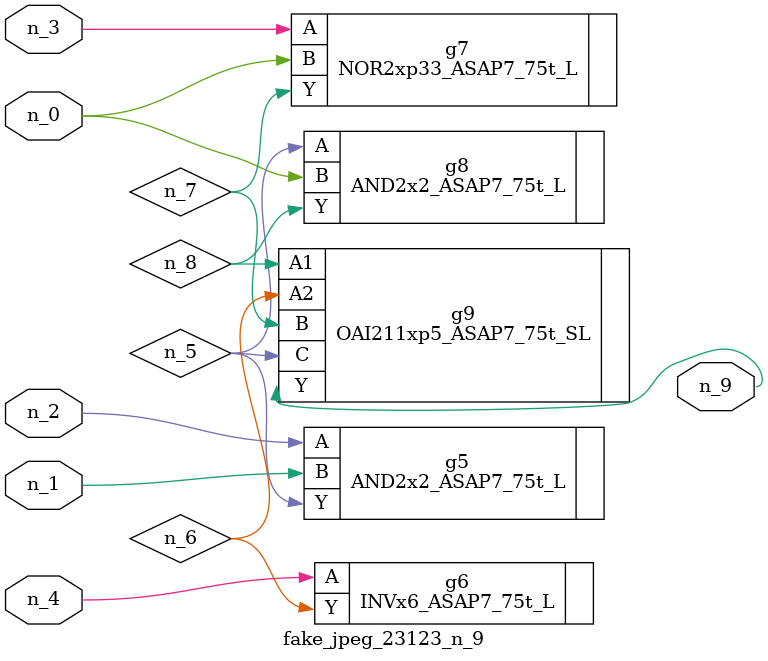
<source format=v>
module fake_jpeg_23123_n_9 (n_3, n_2, n_1, n_0, n_4, n_9);

input n_3;
input n_2;
input n_1;
input n_0;
input n_4;

output n_9;

wire n_8;
wire n_6;
wire n_5;
wire n_7;

AND2x2_ASAP7_75t_L g5 ( 
.A(n_2),
.B(n_1),
.Y(n_5)
);

INVx6_ASAP7_75t_L g6 ( 
.A(n_4),
.Y(n_6)
);

NOR2xp33_ASAP7_75t_L g7 ( 
.A(n_3),
.B(n_0),
.Y(n_7)
);

AND2x2_ASAP7_75t_L g8 ( 
.A(n_5),
.B(n_0),
.Y(n_8)
);

OAI211xp5_ASAP7_75t_SL g9 ( 
.A1(n_8),
.A2(n_6),
.B(n_7),
.C(n_5),
.Y(n_9)
);


endmodule
</source>
